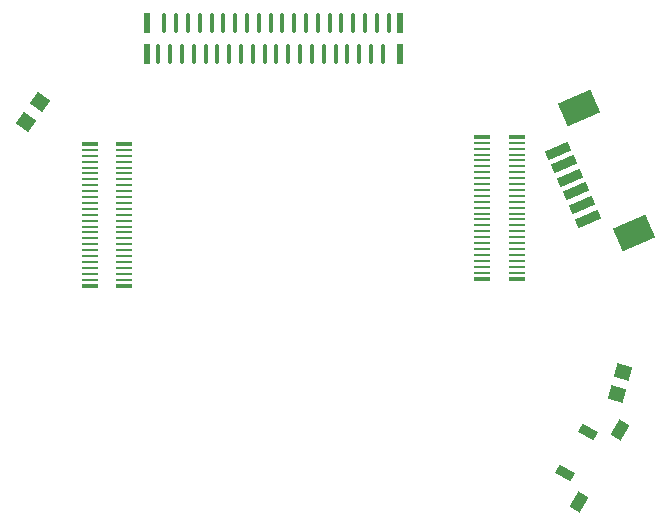
<source format=gtp>
%FSLAX44Y44*%
%MOMM*%
G71*
G01*
G75*
G04 Layer_Color=8421504*
%ADD10R,1.3500X0.3000*%
%ADD11R,1.3500X0.2500*%
%ADD12R,0.5000X1.7000*%
G04:AMPARAMS|DCode=13|XSize=0.32mm|YSize=1.7mm|CornerRadius=0.08mm|HoleSize=0mm|Usage=FLASHONLY|Rotation=0.000|XOffset=0mm|YOffset=0mm|HoleType=Round|Shape=RoundedRectangle|*
%AMROUNDEDRECTD13*
21,1,0.3200,1.5400,0,0,0.0*
21,1,0.1600,1.7000,0,0,0.0*
1,1,0.1600,0.0800,-0.7700*
1,1,0.1600,-0.0800,-0.7700*
1,1,0.1600,-0.0800,0.7700*
1,1,0.1600,0.0800,0.7700*
%
%ADD13ROUNDEDRECTD13*%
G04:AMPARAMS|DCode=14|XSize=1.5mm|YSize=0.8mm|CornerRadius=0mm|HoleSize=0mm|Usage=FLASHONLY|Rotation=330.000|XOffset=0mm|YOffset=0mm|HoleType=Round|Shape=Rectangle|*
%AMROTATEDRECTD14*
4,1,4,-0.8495,0.0286,-0.4495,0.7214,0.8495,-0.0286,0.4495,-0.7214,-0.8495,0.0286,0.0*
%
%ADD14ROTATEDRECTD14*%

G04:AMPARAMS|DCode=15|XSize=1.5mm|YSize=1mm|CornerRadius=0mm|HoleSize=0mm|Usage=FLASHONLY|Rotation=240.000|XOffset=0mm|YOffset=0mm|HoleType=Round|Shape=Rectangle|*
%AMROTATEDRECTD15*
4,1,4,-0.0580,0.8995,0.8080,0.3995,0.0580,-0.8995,-0.8080,-0.3995,-0.0580,0.8995,0.0*
%
%ADD15ROTATEDRECTD15*%

G04:AMPARAMS|DCode=16|XSize=3mm|YSize=2.1mm|CornerRadius=0mm|HoleSize=0mm|Usage=FLASHONLY|Rotation=203.500|XOffset=0mm|YOffset=0mm|HoleType=Round|Shape=Rectangle|*
%AMROTATEDRECTD16*
4,1,4,0.9569,1.5610,1.7943,-0.3648,-0.9569,-1.5610,-1.7943,0.3648,0.9569,1.5610,0.0*
%
%ADD16ROTATEDRECTD16*%

G04:AMPARAMS|DCode=17|XSize=2.1mm|YSize=0.8mm|CornerRadius=0mm|HoleSize=0mm|Usage=FLASHONLY|Rotation=203.500|XOffset=0mm|YOffset=0mm|HoleType=Round|Shape=Rectangle|*
%AMROTATEDRECTD17*
4,1,4,0.8034,0.7855,1.1224,0.0519,-0.8034,-0.7855,-1.1224,-0.0519,0.8034,0.7855,0.0*
%
%ADD17ROTATEDRECTD17*%

G04:AMPARAMS|DCode=18|XSize=1.2954mm|YSize=1.1938mm|CornerRadius=0mm|HoleSize=0mm|Usage=FLASHONLY|Rotation=344.000|XOffset=0mm|YOffset=0mm|HoleType=Round|Shape=Rectangle|*
%AMROTATEDRECTD18*
4,1,4,-0.7871,-0.3952,-0.4581,0.7523,0.7871,0.3952,0.4581,-0.7523,-0.7871,-0.3952,0.0*
%
%ADD18ROTATEDRECTD18*%

G04:AMPARAMS|DCode=19|XSize=1.2954mm|YSize=1.1938mm|CornerRadius=0mm|HoleSize=0mm|Usage=FLASHONLY|Rotation=325.000|XOffset=0mm|YOffset=0mm|HoleType=Round|Shape=Rectangle|*
%AMROTATEDRECTD19*
4,1,4,-0.8729,-0.1175,-0.1882,0.8605,0.8729,0.1175,0.1882,-0.8605,-0.8729,-0.1175,0.0*
%
%ADD19ROTATEDRECTD19*%

%ADD20C,0.6000*%
%ADD21C,0.2540*%
%ADD22C,1.0000*%
%ADD23C,0.4000*%
%ADD24C,0.3000*%
G04:AMPARAMS|DCode=25|XSize=4mm|YSize=4mm|CornerRadius=2mm|HoleSize=0mm|Usage=FLASHONLY|Rotation=0.000|XOffset=0mm|YOffset=0mm|HoleType=Round|Shape=RoundedRectangle|*
%AMROUNDEDRECTD25*
21,1,4.0000,0.0000,0,0,0.0*
21,1,0.0000,4.0000,0,0,0.0*
1,1,4.0000,0.0000,0.0000*
1,1,4.0000,0.0000,0.0000*
1,1,4.0000,0.0000,0.0000*
1,1,4.0000,0.0000,0.0000*
%
%ADD25ROUNDEDRECTD25*%
%ADD26C,0.0254*%
%ADD27C,0.4500*%
G04:AMPARAMS|DCode=28|XSize=3mm|YSize=2.1mm|CornerRadius=0mm|HoleSize=0mm|Usage=FLASHONLY|Rotation=210.000|XOffset=0mm|YOffset=0mm|HoleType=Round|Shape=Rectangle|*
%AMROTATEDRECTD28*
4,1,4,0.7740,1.6593,1.8240,-0.1593,-0.7740,-1.6593,-1.8240,0.1593,0.7740,1.6593,0.0*
%
%ADD28ROTATEDRECTD28*%

G04:AMPARAMS|DCode=29|XSize=2.1mm|YSize=0.8mm|CornerRadius=0mm|HoleSize=0mm|Usage=FLASHONLY|Rotation=210.000|XOffset=0mm|YOffset=0mm|HoleType=Round|Shape=Rectangle|*
%AMROTATEDRECTD29*
4,1,4,0.7093,0.8714,1.1093,0.1786,-0.7093,-0.8714,-1.1093,-0.1786,0.7093,0.8714,0.0*
%
%ADD29ROTATEDRECTD29*%

%ADD30R,0.8890X1.0160*%
%ADD31R,2.1000X0.8000*%
%ADD32R,3.0000X2.1000*%
%ADD33R,1.0160X0.8890*%
%ADD34R,1.3970X1.3970*%
%ADD35R,0.8128X0.8128*%
%ADD36R,1.3970X1.3970*%
%ADD37R,1.2700X0.5080*%
%ADD38R,0.8128X0.8128*%
%ADD39R,2.0320X0.6096*%
%ADD40O,2.0320X0.6096*%
%ADD41R,2.0000X2.0000*%
%ADD42R,0.6096X2.0320*%
%ADD43O,0.6096X2.0320*%
%ADD44R,2.5000X2.2000*%
%ADD45R,1.2954X1.6002*%
%ADD46R,1.2000X1.6000*%
%ADD47R,1.6000X1.2000*%
%ADD48R,2.1500X6.3000*%
G04:AMPARAMS|DCode=49|XSize=1.6mm|YSize=1mm|CornerRadius=0mm|HoleSize=0mm|Usage=FLASHONLY|Rotation=24.000|XOffset=0mm|YOffset=0mm|HoleType=Round|Shape=Rectangle|*
%AMROTATEDRECTD49*
4,1,4,-0.5275,-0.7822,-0.9342,0.1314,0.5275,0.7822,0.9342,-0.1314,-0.5275,-0.7822,0.0*
%
%ADD49ROTATEDRECTD49*%

G04:AMPARAMS|DCode=50|XSize=1.8mm|YSize=1.2mm|CornerRadius=0mm|HoleSize=0mm|Usage=FLASHONLY|Rotation=153.000|XOffset=0mm|YOffset=0mm|HoleType=Round|Shape=Rectangle|*
%AMROTATEDRECTD50*
4,1,4,1.0743,0.1260,0.5295,-0.9432,-1.0743,-0.1260,-0.5295,0.9432,1.0743,0.1260,0.0*
%
%ADD50ROTATEDRECTD50*%

%ADD51R,0.8128X1.0668*%
%ADD52R,0.7000X0.6000*%
%ADD53R,3.5000X1.0000*%
%ADD54R,1.0668X0.8128*%
%ADD55C,0.8000*%
%ADD56C,0.5000*%
%ADD57C,0.1200*%
%ADD58C,0.1000*%
%ADD59C,0.1501*%
%ADD60C,0.1500*%
%ADD61C,0.1250*%
D10*
X-180750Y132750D02*
D03*
X-151250D02*
D03*
X-180750Y12250D02*
D03*
X-151250D02*
D03*
X151250Y138750D02*
D03*
X180750D02*
D03*
X151250Y18250D02*
D03*
X180750D02*
D03*
D11*
X-180750Y127500D02*
D03*
X-151250D02*
D03*
X-180750Y122500D02*
D03*
X-151250D02*
D03*
X-180750Y117500D02*
D03*
X-151250D02*
D03*
X-180750Y112500D02*
D03*
X-151250D02*
D03*
X-180750Y107500D02*
D03*
X-151250D02*
D03*
X-180750Y102500D02*
D03*
X-151250D02*
D03*
X-180750Y97500D02*
D03*
X-151250D02*
D03*
X-180750Y92500D02*
D03*
X-151250D02*
D03*
X-180750Y87500D02*
D03*
X-151250D02*
D03*
X-180750Y82500D02*
D03*
X-151250D02*
D03*
X-180750Y77500D02*
D03*
X-151250D02*
D03*
X-180750Y72500D02*
D03*
X-151250D02*
D03*
X-180750Y67500D02*
D03*
X-151250D02*
D03*
X-180750Y62500D02*
D03*
X-151250D02*
D03*
X-180750Y57500D02*
D03*
X-151250D02*
D03*
X-180750Y52500D02*
D03*
X-151250D02*
D03*
X-180750Y47500D02*
D03*
X-151250D02*
D03*
X-180750Y42500D02*
D03*
X-151250D02*
D03*
X-180750Y37500D02*
D03*
X-151250D02*
D03*
X-180750Y32500D02*
D03*
X-151250D02*
D03*
X-180750Y27500D02*
D03*
X-151250D02*
D03*
X-180750Y22500D02*
D03*
X-151250D02*
D03*
X-180750Y17500D02*
D03*
X-151250D02*
D03*
X151250Y133500D02*
D03*
X180750D02*
D03*
X151250Y128500D02*
D03*
X180750D02*
D03*
X151250Y123500D02*
D03*
X180750D02*
D03*
X151250Y118500D02*
D03*
X180750D02*
D03*
X151250Y113500D02*
D03*
X180750D02*
D03*
X151250Y108500D02*
D03*
X180750D02*
D03*
X151250Y103500D02*
D03*
X180750D02*
D03*
X151250Y98500D02*
D03*
X180750D02*
D03*
X151250Y93500D02*
D03*
X180750D02*
D03*
X151250Y88500D02*
D03*
X180750D02*
D03*
X151250Y83500D02*
D03*
X180750D02*
D03*
X151250Y78500D02*
D03*
X180750D02*
D03*
X151250Y73500D02*
D03*
X180750D02*
D03*
X151250Y68500D02*
D03*
X180750D02*
D03*
X151250Y63500D02*
D03*
X180750D02*
D03*
X151250Y58500D02*
D03*
X180750D02*
D03*
X151250Y53500D02*
D03*
X180750D02*
D03*
X151250Y48500D02*
D03*
X180750D02*
D03*
X151250Y43500D02*
D03*
X180750D02*
D03*
X151250Y38500D02*
D03*
X180750D02*
D03*
X151250Y33500D02*
D03*
X180750D02*
D03*
X151250Y28500D02*
D03*
X180750D02*
D03*
X151250Y23500D02*
D03*
X180750D02*
D03*
D12*
X82000Y235000D02*
D03*
Y209000D02*
D03*
X-132000D02*
D03*
Y235000D02*
D03*
D13*
X17500Y209000D02*
D03*
X27500D02*
D03*
X37500D02*
D03*
X22500Y235000D02*
D03*
X32500D02*
D03*
X42500D02*
D03*
X72500D02*
D03*
X62500D02*
D03*
X52500D02*
D03*
X67500Y209000D02*
D03*
X57500D02*
D03*
X47500D02*
D03*
X-42500D02*
D03*
X-32500D02*
D03*
X-22500D02*
D03*
X-12500D02*
D03*
X-2500D02*
D03*
X7500D02*
D03*
X-37500Y235000D02*
D03*
X-27500D02*
D03*
X-17500D02*
D03*
X-7500D02*
D03*
X2500D02*
D03*
X12500D02*
D03*
X-47500D02*
D03*
X-57500D02*
D03*
X-67500D02*
D03*
X-77500D02*
D03*
X-87500D02*
D03*
X-97500D02*
D03*
X-107500D02*
D03*
X-117500D02*
D03*
X-52500Y209000D02*
D03*
X-62500D02*
D03*
X-72500D02*
D03*
X-82500D02*
D03*
X-92500D02*
D03*
X-102500D02*
D03*
X-112500D02*
D03*
X-122500D02*
D03*
D14*
X241414Y-111823D02*
D03*
X221564Y-146204D02*
D03*
D15*
X268586Y-109959D02*
D03*
X233586Y-170581D02*
D03*
D16*
X233777Y163235D02*
D03*
X279792Y57406D02*
D03*
D17*
X215815Y126801D02*
D03*
X220799Y115338D02*
D03*
X235912Y80581D02*
D03*
X240896Y69118D02*
D03*
X230848Y92228D02*
D03*
X225863Y103691D02*
D03*
D18*
X271284Y-60427D02*
D03*
X265772Y-79653D02*
D03*
D19*
X-222864Y167706D02*
D03*
X-234336Y151323D02*
D03*
M02*

</source>
